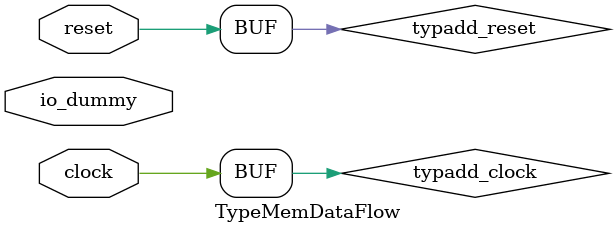
<source format=v>
module OperatorModule(
  input   clock,
  input   reset
);
  wire  _T_3 = ~reset; // @[TypCompute.scala 87:15]
  always @(posedge clock) begin
    `ifndef SYNTHESIS
    `ifdef PRINTF_COND
      if (`PRINTF_COND) begin
    `endif
        if (_T_3) begin
          $fwrite(32'h80000002,"Left: Vec(Vec(%d, %d), Vec(%d, %d))\n",32'h0,32'h0,32'h0,32'h0); // @[TypCompute.scala 87:15]
        end
    `ifdef PRINTF_COND
      end
    `endif
    `endif // SYNTHESIS
  end
endmodule
module TypCompute(
  input   clock,
  input   reset
);
  wire  FU_clock; // @[TypCompute.scala 322:18]
  wire  FU_reset; // @[TypCompute.scala 322:18]
  OperatorModule FU ( // @[TypCompute.scala 322:18]
    .clock(FU_clock),
    .reset(FU_reset)
  );
  assign FU_clock = clock;
  assign FU_reset = reset;
endmodule
module TypeMemDataFlow(
  input         clock,
  input         reset,
  input  [31:0] io_dummy
);
  wire  typadd_clock; // @[TypeMemDataFlow.scala 106:22]
  wire  typadd_reset; // @[TypeMemDataFlow.scala 106:22]
  TypCompute typadd ( // @[TypeMemDataFlow.scala 106:22]
    .clock(typadd_clock),
    .reset(typadd_reset)
  );
  assign typadd_clock = clock;
  assign typadd_reset = reset;
endmodule

</source>
